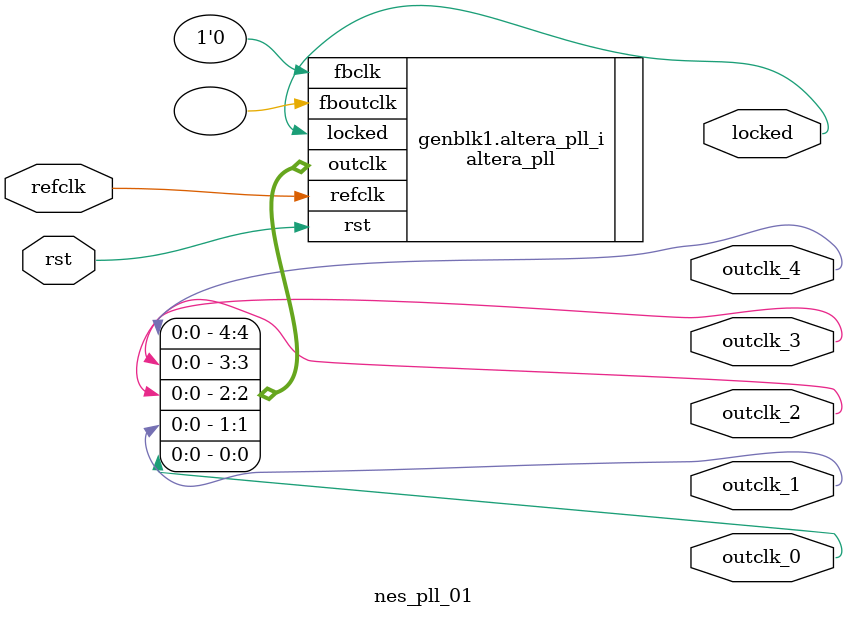
<source format=v>
`timescale 1ns/10ps
module nes_pll_01 #(parameter reg USE_PAL_PLL = 1'b1)
(
	// interface 'refclk'
	input wire refclk,

	// interface 'reset'
	input wire rst,

	// interface 'outclk0'
	output wire outclk_0,

	// interface 'outclk1'
	output wire outclk_1,

	// interface 'outclk2'
	output wire outclk_2,

	// interface 'outclk3'
	output wire outclk_3,

	// interface 'outclk4'
	output wire outclk_4,

	// interface 'locked'
	output wire locked
);

 generate
    if (USE_PAL_PLL  == 1'b1) begin
	altera_pll #(
		.fractional_vco_multiplier("true"),
		.reference_clock_frequency("74.25 MHz"),
		.operation_mode("normal"),
		.number_of_clocks(5),
		.output_clock_frequency0("85.908992 MHz"),
		.phase_shift0("0 ps"),
		.duty_cycle0(50),
		.output_clock_frequency1("21.477248 MHz"),
		.phase_shift1("0 ps"),
		.duty_cycle1(50),
		.output_clock_frequency2("5.369312 MHz"),
		.phase_shift2("0 ps"),
		.duty_cycle2(50),
		.output_clock_frequency3("5.369312 MHz"),
		.phase_shift3("46561 ps"),
		.duty_cycle3(50),
		.output_clock_frequency4("42.954496 MHz"),
		.phase_shift4("0 ps"),
		.duty_cycle4(50),
		.output_clock_frequency5("0 MHz"),
		.phase_shift5("0 ps"),
		.duty_cycle5(50),
		.output_clock_frequency6("0 MHz"),
		.phase_shift6("0 ps"),
		.duty_cycle6(50),
		.output_clock_frequency7("0 MHz"),
		.phase_shift7("0 ps"),
		.duty_cycle7(50),
		.output_clock_frequency8("0 MHz"),
		.phase_shift8("0 ps"),
		.duty_cycle8(50),
		.output_clock_frequency9("0 MHz"),
		.phase_shift9("0 ps"),
		.duty_cycle9(50),
		.output_clock_frequency10("0 MHz"),
		.phase_shift10("0 ps"),
		.duty_cycle10(50),
		.output_clock_frequency11("0 MHz"),
		.phase_shift11("0 ps"),
		.duty_cycle11(50),
		.output_clock_frequency12("0 MHz"),
		.phase_shift12("0 ps"),
		.duty_cycle12(50),
		.output_clock_frequency13("0 MHz"),
		.phase_shift13("0 ps"),
		.duty_cycle13(50),
		.output_clock_frequency14("0 MHz"),
		.phase_shift14("0 ps"),
		.duty_cycle14(50),
		.output_clock_frequency15("0 MHz"),
		.phase_shift15("0 ps"),
		.duty_cycle15(50),
		.output_clock_frequency16("0 MHz"),
		.phase_shift16("0 ps"),
		.duty_cycle16(50),
		.output_clock_frequency17("0 MHz"),
		.phase_shift17("0 ps"),
		.duty_cycle17(50),
		.pll_type("General"),
		.pll_subtype("General")
	) altera_pll_i (
		.rst	(rst),
		.outclk	({outclk_4, outclk_3, outclk_2, outclk_1, outclk_0}),
		.locked	(locked),
		.fboutclk	( ),
		.fbclk	(1'b0),
		.refclk	(refclk)
	);
end else begin
		altera_pll #(
		.fractional_vco_multiplier("true"),
		.reference_clock_frequency("74.25 MHz"),
		.operation_mode("direct"),
		.number_of_clocks(5),
		.output_clock_frequency0("85.125472 MHz"),
		.phase_shift0("0 ps"),
		.duty_cycle0(50),
		.output_clock_frequency1("21.281368 MHz"),
		.phase_shift1("0 ps"),
		.duty_cycle1(50),
		.output_clock_frequency2("5.320342 MHz"),
		.phase_shift2("0 ps"),
		.duty_cycle2(50),
		.output_clock_frequency3("5.320342 MHz"),
		.phase_shift3("46989 ps"),
		.duty_cycle3(50),
		.output_clock_frequency4("42.562736 MHz"),
		.phase_shift4("0 ps"),
		.duty_cycle4(50),
		.output_clock_frequency5("0 MHz"),
		.phase_shift5("0 ps"),
		.duty_cycle5(50),
		.output_clock_frequency6("0 MHz"),
		.phase_shift6("0 ps"),
		.duty_cycle6(50),
		.output_clock_frequency7("0 MHz"),
		.phase_shift7("0 ps"),
		.duty_cycle7(50),
		.output_clock_frequency8("0 MHz"),
		.phase_shift8("0 ps"),
		.duty_cycle8(50),
		.output_clock_frequency9("0 MHz"),
		.phase_shift9("0 ps"),
		.duty_cycle9(50),
		.output_clock_frequency10("0 MHz"),
		.phase_shift10("0 ps"),
		.duty_cycle10(50),
		.output_clock_frequency11("0 MHz"),
		.phase_shift11("0 ps"),
		.duty_cycle11(50),
		.output_clock_frequency12("0 MHz"),
		.phase_shift12("0 ps"),
		.duty_cycle12(50),
		.output_clock_frequency13("0 MHz"),
		.phase_shift13("0 ps"),
		.duty_cycle13(50),
		.output_clock_frequency14("0 MHz"),
		.phase_shift14("0 ps"),
		.duty_cycle14(50),
		.output_clock_frequency15("0 MHz"),
		.phase_shift15("0 ps"),
		.duty_cycle15(50),
		.output_clock_frequency16("0 MHz"),
		.phase_shift16("0 ps"),
		.duty_cycle16(50),
		.output_clock_frequency17("0 MHz"),
		.phase_shift17("0 ps"),
		.duty_cycle17(50),
		.pll_type("General"),
		.pll_subtype("General")
	) altera_pll_i (
		.rst	(rst),
		.outclk	({outclk_4, outclk_3, outclk_2, outclk_1, outclk_0}),
		.locked	(locked),
		.fboutclk	( ),
		.fbclk	(1'b0),
		.refclk	(refclk)
	);
 end
endgenerate
endmodule



</source>
